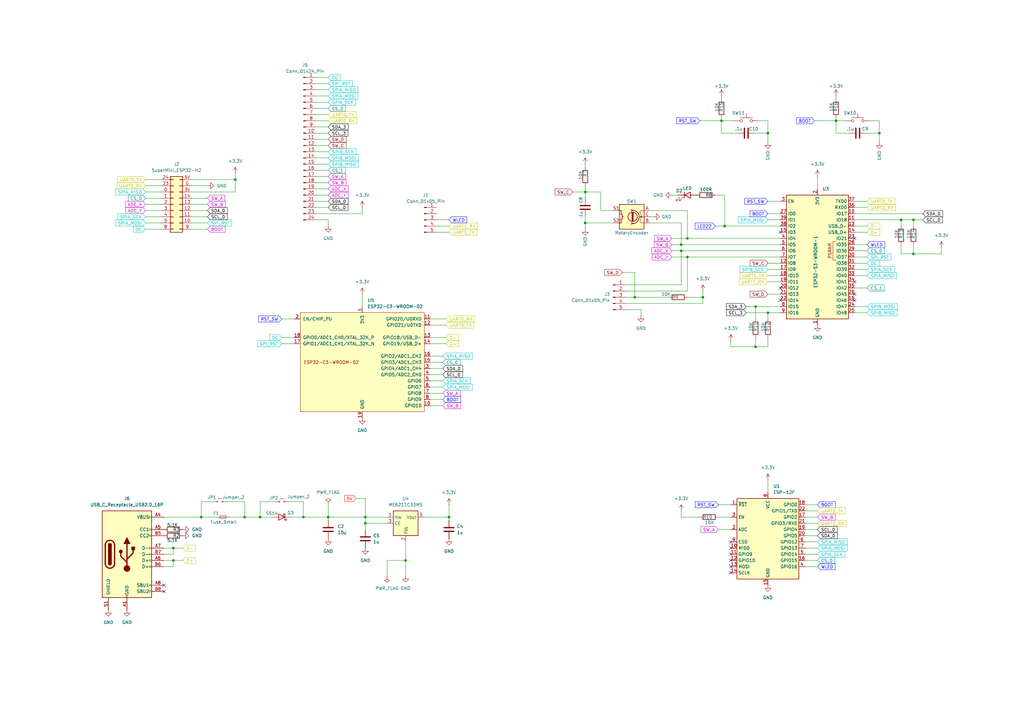
<source format=kicad_sch>
(kicad_sch (version 20250114) (generator "eeschema") (generator_version "9.0")
  (paper "A3")
  (junction (at 149.86 212.09))
  (junction (at 295.91 49.53))
  (junction (at 342.9 49.53))
  (junction (at 314.96 128.27))
  (junction (at 288.29 121.92))
  (junction (at 71.12 224.79))
  (junction (at 166.37 229.87))
  (junction (at 281.94 97.79))
  (junction (at 82.55 212.09))
  (junction (at 260.35 121.92))
  (junction (at 100.33 212.09))
  (junction (at 360.68 54.61))
  (junction (at 279.4 102.87))
  (junction (at 240.03 78.74))
  (junction (at 297.18 92.71))
  (junction (at 106.68 212.09))
  (junction (at 184.15 212.09))
  (junction (at 309.88 142.24))
  (junction (at 71.12 229.87))
  (junction (at 279.4 100.33))
  (junction (at 134.62 212.09))
  (junction (at 240.03 91.44))
  (junction (at 314.96 54.61))
  (junction (at 374.65 90.17))
  (junction (at 149.86 214.63))
  (junction (at 309.88 125.73))
  (junction (at 369.57 90.17))
  (junction (at 124.46 212.09))
  (junction (at 281.94 105.41))
  (junction (at 374.65 104.14))
  (junction (at 96.52 73.66))
  (no_connect (at 299.72 222.25))
  (no_connect (at 299.72 232.41))
  (no_connect (at 350.52 120.65))
  (no_connect (at 320.04 123.19))
  (no_connect (at 299.72 227.33))
  (no_connect (at 299.72 234.95))
  (no_connect (at 67.31 240.03))
  (no_connect (at 350.52 115.57))
  (no_connect (at 299.72 229.87))
  (no_connect (at 350.52 123.19))
  (no_connect (at 320.04 95.25))
  (no_connect (at 299.72 224.79))
  (no_connect (at 67.31 242.57))
  (no_connect (at 320.04 118.11))
  (no_connect (at 350.52 97.79))
  (wire (pts (xy 176.53 148.59) (xy 181.61 148.59)))
  (wire (pts (xy 281.94 105.41) (xy 281.94 119.38)))
  (wire (pts (xy 100.33 205.74) (xy 100.33 212.09)))
  (wire (pts (xy 148.59 87.63) (xy 129.54 87.63)))
  (wire (pts (xy 85.09 91.44) (xy 78.74 91.44)))
  (wire (pts (xy 234.95 78.74) (xy 240.03 78.74)))
  (wire (pts (xy 278.13 80.01) (xy 275.59 80.01)))
  (wire (pts (xy 134.62 59.69) (xy 129.54 59.69)))
  (wire (pts (xy 124.46 205.74) (xy 124.46 212.09)))
  (wire (pts (xy 106.68 205.74) (xy 106.68 212.09)))
  (wire (pts (xy 158.75 229.87) (xy 158.75 236.22)))
  (wire (pts (xy 129.54 54.61) (xy 134.62 54.61)))
  (wire (pts (xy 181.61 156.21) (xy 176.53 156.21)))
  (wire (pts (xy 100.33 212.09) (xy 106.68 212.09)))
  (wire (pts (xy 129.54 90.17) (xy 134.62 90.17)))
  (wire (pts (xy 59.69 88.9) (xy 66.04 88.9)))
  (wire (pts (xy 275.59 97.79) (xy 281.94 97.79)))
  (wire (pts (xy 176.53 138.43) (xy 182.88 138.43)))
  (wire (pts (xy 335.28 214.63) (xy 330.2 214.63)))
  (wire (pts (xy 335.28 72.39) (xy 335.28 77.47)))
  (wire (pts (xy 309.88 125.73) (xy 306.07 125.73)))
  (wire (pts (xy 279.4 116.84) (xy 256.54 116.84)))
  (wire (pts (xy 166.37 222.25) (xy 166.37 229.87)))
  (wire (pts (xy 330.2 232.41) (xy 335.28 232.41)))
  (wire (pts (xy 182.88 133.35) (xy 176.53 133.35)))
  (wire (pts (xy 355.6 113.03) (xy 350.52 113.03)))
  (wire (pts (xy 78.74 78.74) (xy 96.52 78.74)))
  (wire (pts (xy 134.62 34.29) (xy 129.54 34.29)))
  (wire (pts (xy 355.6 85.09) (xy 350.52 85.09)))
  (wire (pts (xy 173.99 212.09) (xy 184.15 212.09)))
  (wire (pts (xy 158.75 229.87) (xy 166.37 229.87)))
  (wire (pts (xy 279.4 212.09) (xy 279.4 209.55)))
  (wire (pts (xy 67.31 232.41) (xy 71.12 232.41)))
  (wire (pts (xy 176.53 166.37) (xy 181.61 166.37)))
  (wire (pts (xy 256.54 121.92) (xy 260.35 121.92)))
  (wire (pts (xy 134.62 44.45) (xy 129.54 44.45)))
  (wire (pts (xy 181.61 163.83) (xy 176.53 163.83)))
  (wire (pts (xy 386.08 104.14) (xy 374.65 104.14)))
  (wire (pts (xy 71.12 224.79) (xy 74.93 224.79)))
  (wire (pts (xy 314.96 49.53) (xy 314.96 54.61)))
  (wire (pts (xy 281.94 86.36) (xy 281.94 97.79)))
  (wire (pts (xy 181.61 146.05) (xy 176.53 146.05)))
  (wire (pts (xy 287.02 49.53) (xy 295.91 49.53)))
  (wire (pts (xy 260.35 111.76) (xy 260.35 121.92)))
  (wire (pts (xy 67.31 229.87) (xy 71.12 229.87)))
  (wire (pts (xy 309.88 125.73) (xy 309.88 130.81)))
  (wire (pts (xy 134.62 36.83) (xy 129.54 36.83)))
  (wire (pts (xy 166.37 229.87) (xy 166.37 236.22)))
  (wire (pts (xy 176.53 151.13) (xy 181.61 151.13)))
  (wire (pts (xy 106.68 212.09) (xy 111.76 212.09)))
  (wire (pts (xy 82.55 205.74) (xy 87.63 205.74)))
  (wire (pts (xy 293.37 92.71) (xy 297.18 92.71)))
  (wire (pts (xy 297.18 92.71) (xy 320.04 92.71)))
  (wire (pts (xy 149.86 212.09) (xy 158.75 212.09)))
  (wire (pts (xy 314.96 107.95) (xy 320.04 107.95)))
  (wire (pts (xy 279.4 102.87) (xy 320.04 102.87)))
  (wire (pts (xy 134.62 90.17) (xy 134.62 92.71)))
  (wire (pts (xy 115.57 140.97) (xy 120.65 140.97)))
  (wire (pts (xy 281.94 105.41) (xy 320.04 105.41)))
  (wire (pts (xy 295.91 40.64) (xy 295.91 39.37)))
  (wire (pts (xy 92.71 205.74) (xy 100.33 205.74)))
  (wire (pts (xy 293.37 80.01) (xy 297.18 80.01)))
  (wire (pts (xy 355.6 125.73) (xy 350.52 125.73)))
  (wire (pts (xy 346.71 49.53) (xy 342.9 49.53)))
  (wire (pts (xy 124.46 212.09) (xy 134.62 212.09)))
  (wire (pts (xy 59.69 81.28) (xy 66.04 81.28)))
  (wire (pts (xy 78.74 81.28) (xy 85.09 81.28)))
  (wire (pts (xy 78.74 86.36) (xy 85.09 86.36)))
  (wire (pts (xy 240.03 78.74) (xy 240.03 81.28)))
  (wire (pts (xy 184.15 207.01) (xy 184.15 212.09)))
  (wire (pts (xy 355.6 82.55) (xy 350.52 82.55)))
  (wire (pts (xy 176.53 161.29) (xy 181.61 161.29)))
  (wire (pts (xy 314.96 113.03) (xy 320.04 113.03)))
  (wire (pts (xy 275.59 105.41) (xy 281.94 105.41)))
  (wire (pts (xy 59.69 78.74) (xy 66.04 78.74)))
  (wire (pts (xy 335.28 227.33) (xy 330.2 227.33)))
  (wire (pts (xy 129.54 62.23) (xy 134.62 62.23)))
  (wire (pts (xy 314.96 87.63) (xy 320.04 87.63)))
  (wire (pts (xy 113.03 205.74) (xy 106.68 205.74)))
  (wire (pts (xy 179.07 90.17) (xy 184.15 90.17)))
  (wire (pts (xy 134.62 213.36) (xy 134.62 212.09)))
  (wire (pts (xy 275.59 102.87) (xy 279.4 102.87)))
  (wire (pts (xy 281.94 119.38) (xy 256.54 119.38)))
  (wire (pts (xy 360.68 49.53) (xy 356.87 49.53)))
  (wire (pts (xy 342.9 49.53) (xy 342.9 54.61)))
  (wire (pts (xy 59.69 93.98) (xy 66.04 93.98)))
  (wire (pts (xy 299.72 142.24) (xy 309.88 142.24)))
  (wire (pts (xy 330.2 217.17) (xy 335.28 217.17)))
  (wire (pts (xy 134.62 67.31) (xy 129.54 67.31)))
  (wire (pts (xy 314.96 49.53) (xy 311.15 49.53)))
  (wire (pts (xy 360.68 49.53) (xy 360.68 54.61)))
  (wire (pts (xy 355.6 105.41) (xy 350.52 105.41)))
  (wire (pts (xy 134.62 212.09) (xy 149.86 212.09)))
  (wire (pts (xy 355.6 107.95) (xy 350.52 107.95)))
  (wire (pts (xy 369.57 104.14) (xy 374.65 104.14)))
  (wire (pts (xy 342.9 40.64) (xy 342.9 39.37)))
  (wire (pts (xy 334.01 49.53) (xy 342.9 49.53)))
  (wire (pts (xy 299.72 217.17) (xy 294.64 217.17)))
  (wire (pts (xy 59.69 76.2) (xy 66.04 76.2)))
  (wire (pts (xy 299.72 139.7) (xy 299.72 142.24)))
  (wire (pts (xy 355.6 102.87) (xy 350.52 102.87)))
  (wire (pts (xy 129.54 74.93) (xy 134.62 74.93)))
  (wire (pts (xy 288.29 124.46) (xy 288.29 121.92)))
  (wire (pts (xy 78.74 73.66) (xy 96.52 73.66)))
  (wire (pts (xy 240.03 67.31) (xy 240.03 68.58)))
  (wire (pts (xy 146.05 204.47) (xy 149.86 204.47)))
  (wire (pts (xy 335.28 229.87) (xy 330.2 229.87)))
  (wire (pts (xy 240.03 88.9) (xy 240.03 91.44)))
  (wire (pts (xy 67.31 212.09) (xy 82.55 212.09)))
  (wire (pts (xy 59.69 91.44) (xy 66.04 91.44)))
  (wire (pts (xy 266.7 91.44) (xy 279.4 91.44)))
  (wire (pts (xy 279.4 102.87) (xy 279.4 116.84)))
  (wire (pts (xy 179.07 95.25) (xy 184.15 95.25)))
  (wire (pts (xy 279.4 91.44) (xy 279.4 100.33)))
  (wire (pts (xy 369.57 100.33) (xy 369.57 104.14)))
  (wire (pts (xy 314.96 54.61) (xy 309.88 54.61)))
  (wire (pts (xy 67.31 227.33) (xy 71.12 227.33)))
  (wire (pts (xy 149.86 204.47) (xy 149.86 212.09)))
  (wire (pts (xy 374.65 104.14) (xy 374.65 100.33)))
  (wire (pts (xy 314.96 142.24) (xy 309.88 142.24)))
  (wire (pts (xy 297.18 80.01) (xy 297.18 92.71)))
  (wire (pts (xy 374.65 90.17) (xy 378.46 90.17)))
  (wire (pts (xy 342.9 48.26) (xy 342.9 49.53)))
  (wire (pts (xy 134.62 64.77) (xy 129.54 64.77)))
  (wire (pts (xy 360.68 54.61) (xy 355.6 54.61)))
  (wire (pts (xy 262.89 127) (xy 256.54 127)))
  (wire (pts (xy 96.52 73.66) (xy 96.52 78.74)))
  (wire (pts (xy 309.88 142.24) (xy 309.88 138.43)))
  (wire (pts (xy 134.62 41.91) (xy 129.54 41.91)))
  (wire (pts (xy 314.96 138.43) (xy 314.96 142.24)))
  (wire (pts (xy 129.54 52.07) (xy 134.62 52.07)))
  (wire (pts (xy 314.96 128.27) (xy 314.96 130.81)))
  (wire (pts (xy 129.54 72.39) (xy 134.62 72.39)))
  (wire (pts (xy 129.54 80.01) (xy 134.62 80.01)))
  (wire (pts (xy 320.04 128.27) (xy 314.96 128.27)))
  (wire (pts (xy 300.99 49.53) (xy 295.91 49.53)))
  (wire (pts (xy 71.12 229.87) (xy 74.93 229.87)))
  (wire (pts (xy 314.96 110.49) (xy 320.04 110.49)))
  (wire (pts (xy 134.62 69.85) (xy 129.54 69.85)))
  (wire (pts (xy 96.52 71.12) (xy 96.52 73.66)))
  (wire (pts (xy 281.94 97.79) (xy 320.04 97.79)))
  (wire (pts (xy 78.74 83.82) (xy 85.09 83.82)))
  (wire (pts (xy 330.2 219.71) (xy 335.28 219.71)))
  (wire (pts (xy 369.57 90.17) (xy 374.65 90.17)))
  (wire (pts (xy 59.69 73.66) (xy 66.04 73.66)))
  (wire (pts (xy 67.31 224.79) (xy 71.12 224.79)))
  (wire (pts (xy 347.98 54.61) (xy 342.9 54.61)))
  (wire (pts (xy 260.35 111.76) (xy 255.27 111.76)))
  (wire (pts (xy 320.04 82.55) (xy 314.96 82.55)))
  (wire (pts (xy 149.86 217.17) (xy 149.86 214.63)))
  (wire (pts (xy 266.7 86.36) (xy 281.94 86.36)))
  (wire (pts (xy 350.52 100.33) (xy 355.6 100.33)))
  (wire (pts (xy 82.55 205.74) (xy 82.55 212.09)))
  (wire (pts (xy 294.64 212.09) (xy 299.72 212.09)))
  (wire (pts (xy 240.03 78.74) (xy 246.38 78.74)))
  (wire (pts (xy 66.04 83.82) (xy 59.69 83.82)))
  (wire (pts (xy 176.53 153.67) (xy 181.61 153.67)))
  (wire (pts (xy 330.2 207.01) (xy 335.28 207.01)))
  (wire (pts (xy 149.86 214.63) (xy 158.75 214.63)))
  (wire (pts (xy 134.62 49.53) (xy 129.54 49.53)))
  (wire (pts (xy 350.52 90.17) (xy 369.57 90.17)))
  (wire (pts (xy 314.96 115.57) (xy 320.04 115.57)))
  (wire (pts (xy 288.29 119.38) (xy 288.29 121.92)))
  (wire (pts (xy 314.96 128.27) (xy 306.07 128.27)))
  (wire (pts (xy 355.6 118.11) (xy 350.52 118.11)))
  (wire (pts (xy 129.54 82.55) (xy 134.62 82.55)))
  (wire (pts (xy 279.4 100.33) (xy 320.04 100.33)))
  (wire (pts (xy 281.94 121.92) (xy 288.29 121.92)))
  (wire (pts (xy 355.6 110.49) (xy 350.52 110.49)))
  (wire (pts (xy 115.57 130.81) (xy 120.65 130.81)))
  (wire (pts (xy 295.91 49.53) (xy 295.91 54.61)))
  (wire (pts (xy 129.54 77.47) (xy 134.62 77.47)))
  (wire (pts (xy 335.28 224.79) (xy 330.2 224.79)))
  (wire (pts (xy 184.15 212.09) (xy 184.15 213.36)))
  (wire (pts (xy 85.09 93.98) (xy 78.74 93.98)))
  (wire (pts (xy 78.74 76.2) (xy 85.09 76.2)))
  (wire (pts (xy 134.62 31.75) (xy 129.54 31.75)))
  (wire (pts (xy 134.62 39.37) (xy 129.54 39.37)))
  (wire (pts (xy 360.68 58.42) (xy 360.68 54.61)))
  (wire (pts (xy 330.2 212.09) (xy 335.28 212.09)))
  (wire (pts (xy 335.28 209.55) (xy 330.2 209.55)))
  (wire (pts (xy 149.86 214.63) (xy 149.86 212.09)))
  (wire (pts (xy 266.7 88.9) (xy 267.97 88.9)))
  (wire (pts (xy 314.96 58.42) (xy 314.96 54.61)))
  (wire (pts (xy 129.54 85.09) (xy 134.62 85.09)))
  (wire (pts (xy 78.74 88.9) (xy 85.09 88.9)))
  (wire (pts (xy 314.96 90.17) (xy 320.04 90.17)))
  (wire (pts (xy 275.59 100.33) (xy 279.4 100.33)))
  (wire (pts (xy 355.6 128.27) (xy 350.52 128.27)))
  (wire (pts (xy 179.07 92.71) (xy 184.15 92.71)))
  (wire (pts (xy 302.26 54.61) (xy 295.91 54.61)))
  (wire (pts (xy 386.08 101.6) (xy 386.08 104.14)))
  (wire (pts (xy 374.65 90.17) (xy 374.65 92.71)))
  (wire (pts (xy 314.96 120.65) (xy 320.04 120.65)))
  (wire (pts (xy 350.52 87.63) (xy 378.46 87.63)))
  (wire (pts (xy 260.35 121.92) (xy 274.32 121.92)))
  (wire (pts (xy 182.88 130.81) (xy 176.53 130.81)))
  (wire (pts (xy 82.55 212.09) (xy 88.9 212.09)))
  (wire (pts (xy 240.03 91.44) (xy 240.03 93.98)))
  (wire (pts (xy 320.04 125.73) (xy 309.88 125.73)))
  (wire (pts (xy 134.62 207.01) (xy 134.62 212.09)))
  (wire (pts (xy 134.62 46.99) (xy 129.54 46.99)))
  (wire (pts (xy 181.61 158.75) (xy 176.53 158.75)))
  (wire (pts (xy 119.38 212.09) (xy 124.46 212.09)))
  (wire (pts (xy 66.04 86.36) (xy 59.69 86.36)))
  (wire (pts (xy 148.59 85.09) (xy 148.59 87.63)))
  (wire (pts (xy 71.12 227.33) (xy 71.12 224.79)))
  (wire (pts (xy 71.12 232.41) (xy 71.12 229.87)))
  (wire (pts (xy 93.98 212.09) (xy 100.33 212.09)))
  (wire (pts (xy 299.72 207.01) (xy 294.64 207.01)))
  (wire (pts (xy 115.57 138.43) (xy 120.65 138.43)))
  (wire (pts (xy 350.52 95.25) (xy 355.6 95.25)))
  (wire (pts (xy 240.03 91.44) (xy 251.46 91.44)))
  (wire (pts (xy 118.11 205.74) (xy 124.46 205.74)))
  (wire (pts (xy 369.57 90.17) (xy 369.57 92.71)))
  (wire (pts (xy 350.52 92.71) (xy 355.6 92.71)))
  (wire (pts (xy 295.91 48.26) (xy 295.91 49.53)))
  (wire (pts (xy 148.59 120.65) (xy 148.59 125.73)))
  (wire (pts (xy 240.03 76.2) (xy 240.03 78.74)))
  (wire (pts (xy 335.28 222.25) (xy 330.2 222.25)))
  (wire (pts (xy 246.38 86.36) (xy 251.46 86.36)))
  (wire (pts (xy 314.96 196.85) (xy 314.96 201.93)))
  (wire (pts (xy 176.53 140.97) (xy 182.88 140.97)))
  (wire (pts (xy 262.89 129.54) (xy 262.89 127)))
  (wire (pts (xy 287.02 212.09) (xy 279.4 212.09)))
  (wire (pts (xy 246.38 78.74) (xy 246.38 86.36)))
  (wire (pts (xy 134.62 57.15) (xy 129.54 57.15)))
  (wire (pts (xy 288.29 124.46) (xy 256.54 124.46)))
  (global_label "SPIA_MOSI" (shape input) (at 59.69 91.44 180) (property "Intersheetrefs" "${INTERSHEET_REFS}" (effects (hide yes))))
  (global_label "SPIA_MISO" (shape input) (at 335.28 222.25 0) (property "Intersheetrefs" "${INTERSHEET_REFS}" (effects (hide yes))))
  (global_label "SPIA_SCK" (shape input) (at 335.28 227.33 0) (property "Intersheetrefs" "${INTERSHEET_REFS}" (effects (hide yes))))
  (global_label "DC" (shape input) (at 355.6 107.95 0) (property "Intersheetrefs" "${INTERSHEET_REFS}" (effects (hide yes))))
  (global_label "D-" (shape input) (at 74.93 224.79 0) (property "Intersheetrefs" "${INTERSHEET_REFS}" (effects (hide yes))))
  (global_label "D-" (shape input) (at 355.6 92.71 0) (property "Intersheetrefs" "${INTERSHEET_REFS}" (effects (hide yes))))
  (global_label "SW_A" (shape input) (at 181.61 161.29 0) (property "Intersheetrefs" "${INTERSHEET_REFS}" (effects (hide yes))))
  (global_label "BOOT" (shape input) (at 314.96 87.63 180) (property "Intersheetrefs" "${INTERSHEET_REFS}" (effects (hide yes))))
  (global_label "SW_C" (shape input) (at 134.62 59.69 0) (property "Intersheetrefs" "${INTERSHEET_REFS}" (effects (hide yes))))
  (global_label "D-" (shape input) (at 182.88 138.43 0) (property "Intersheetrefs" "${INTERSHEET_REFS}" (effects (hide yes))))
  (global_label "RST_SW" (shape input) (at 287.02 49.53 180) (property "Intersheetrefs" "${INTERSHEET_REFS}" (effects (hide yes))))
  (global_label "SPIA_MOSI" (shape input) (at 181.61 158.75 0) (property "Intersheetrefs" "${INTERSHEET_REFS}" (effects (hide yes))))
  (global_label "SPIA_MOSI" (shape input) (at 314.96 90.17 180) (property "Intersheetrefs" "${INTERSHEET_REFS}" (effects (hide yes))))
  (global_label "ADC_X" (shape input) (at 275.59 102.87 180) (property "Intersheetrefs" "${INTERSHEET_REFS}" (effects (hide yes))))
  (global_label "SDA_3" (shape input) (at 134.62 52.07 0) (property "Intersheetrefs" "${INTERSHEET_REFS}" (effects (hide yes))))
  (global_label "RST_SW" (shape input) (at 314.96 82.55 180) (property "Intersheetrefs" "${INTERSHEET_REFS}" (effects (hide yes))))
  (global_label "SW_B" (shape input) (at 85.09 83.82 0) (property "Intersheetrefs" "${INTERSHEET_REFS}" (effects (hide yes))))
  (global_label "CS_0" (shape input) (at 134.62 44.45 0) (property "Intersheetrefs" "${INTERSHEET_REFS}" (effects (hide yes))))
  (global_label "UART1_TX" (shape input) (at 314.96 113.03 180) (property "Intersheetrefs" "${INTERSHEET_REFS}" (effects (hide yes))))
  (global_label "CS_0" (shape input) (at 355.6 102.87 0) (property "Intersheetrefs" "${INTERSHEET_REFS}" (effects (hide yes))))
  (global_label "SCL_3" (shape input) (at 306.07 128.27 180) (property "Intersheetrefs" "${INTERSHEET_REFS}" (effects (hide yes))))
  (global_label "SPIA_MISO" (shape input) (at 355.6 113.03 0) (property "Intersheetrefs" "${INTERSHEET_REFS}" (effects (hide yes))))
  (global_label "SW_D" (shape input) (at 134.62 57.15 0) (property "Intersheetrefs" "${INTERSHEET_REFS}" (effects (hide yes))))
  (global_label "SPI_RST" (shape input) (at 115.57 140.97 180) (property "Intersheetrefs" "${INTERSHEET_REFS}" (effects (hide yes))))
  (global_label "SPIA_SCK" (shape input) (at 59.69 88.9 180) (property "Intersheetrefs" "${INTERSHEET_REFS}" (effects (hide yes))))
  (global_label "SW_A" (shape input) (at 294.64 217.17 180) (property "Intersheetrefs" "${INTERSHEET_REFS}" (effects (hide yes))))
  (global_label "DC" (shape input) (at 134.62 31.75 0) (property "Intersheetrefs" "${INTERSHEET_REFS}" (effects (hide yes))))
  (global_label "SCL_3" (shape input) (at 134.62 54.61 0) (property "Intersheetrefs" "${INTERSHEET_REFS}" (effects (hide yes))))
  (global_label "SPIB_MISO" (shape input) (at 134.62 67.31 0) (property "Intersheetrefs" "${INTERSHEET_REFS}" (effects (hide yes))))
  (global_label "WLED" (shape input) (at 335.28 232.41 0) (property "Intersheetrefs" "${INTERSHEET_REFS}" (effects (hide yes))))
  (global_label "ADC_Y" (shape input) (at 59.69 86.36 180) (property "Intersheetrefs" "${INTERSHEET_REFS}" (effects (hide yes))))
  (global_label "SPIA_MISO" (shape input) (at 134.62 36.83 0) (property "Intersheetrefs" "${INTERSHEET_REFS}" (effects (hide yes))))
  (global_label "UART0_RX" (shape input) (at 134.62 49.53 0) (property "Intersheetrefs" "${INTERSHEET_REFS}" (effects (hide yes))))
  (global_label "BOOT" (shape input) (at 85.09 93.98 0) (property "Intersheetrefs" "${INTERSHEET_REFS}" (effects (hide yes))))
  (global_label "D+" (shape input) (at 182.88 140.97 0) (property "Intersheetrefs" "${INTERSHEET_REFS}" (effects (hide yes))))
  (global_label "UART1_RX" (shape input) (at 314.96 115.57 180) (property "Intersheetrefs" "${INTERSHEET_REFS}" (effects (hide yes))))
  (global_label "SPI_RST" (shape input) (at 134.62 34.29 0) (property "Intersheetrefs" "${INTERSHEET_REFS}" (effects (hide yes))))
  (global_label "LED22" (shape input) (at 293.37 92.71 180) (property "Intersheetrefs" "${INTERSHEET_REFS}" (effects (hide yes))))
  (global_label "SPIA_SCK" (shape input) (at 355.6 110.49 0) (property "Intersheetrefs" "${INTERSHEET_REFS}" (effects (hide yes))))
  (global_label "ADC_Y" (shape input) (at 275.59 105.41 180) (property "Intersheetrefs" "${INTERSHEET_REFS}" (effects (hide yes))))
  (global_label "UART0_RX" (shape input) (at 59.69 76.2 180) (property "Intersheetrefs" "${INTERSHEET_REFS}" (effects (hide yes))))
  (global_label "SW_A" (shape input) (at 85.09 81.28 0) (property "Intersheetrefs" "${INTERSHEET_REFS}" (effects (hide yes))))
  (global_label "D+" (shape input) (at 74.93 229.87 0) (property "Intersheetrefs" "${INTERSHEET_REFS}" (effects (hide yes))))
  (global_label "SCL_0" (shape input) (at 378.46 90.17 0) (property "Intersheetrefs" "${INTERSHEET_REFS}" (effects (hide yes))))
  (global_label "SDA_0" (shape input) (at 134.62 82.55 0) (property "Intersheetrefs" "${INTERSHEET_REFS}" (effects (hide yes))))
  (global_label "SPIB_MOSI" (shape input) (at 134.62 64.77 0) (property "Intersheetrefs" "${INTERSHEET_REFS}" (effects (hide yes))))
  (global_label "ADC_X" (shape input) (at 59.69 83.82 180) (property "Intersheetrefs" "${INTERSHEET_REFS}" (effects (hide yes))))
  (global_label "5V" (shape input) (at 146.05 204.47 180) (property "Intersheetrefs" "${INTERSHEET_REFS}" (effects (hide yes))))
  (global_label "CS_1" (shape input) (at 134.62 69.85 0) (property "Intersheetrefs" "${INTERSHEET_REFS}" (effects (hide yes))))
  (global_label "SDA_0" (shape input) (at 181.61 151.13 0) (property "Intersheetrefs" "${INTERSHEET_REFS}" (effects (hide yes))))
  (global_label "SW_B" (shape input) (at 335.28 212.09 0) (property "Intersheetrefs" "${INTERSHEET_REFS}" (effects (hide yes))))
  (global_label "SPI_RST" (shape input) (at 355.6 105.41 0) (property "Intersheetrefs" "${INTERSHEET_REFS}" (effects (hide yes))))
  (global_label "SCL_0" (shape input) (at 85.09 88.9 0) (property "Intersheetrefs" "${INTERSHEET_REFS}" (effects (hide yes))))
  (global_label "SPIA_MISO" (shape input) (at 181.61 146.05 0) (property "Intersheetrefs" "${INTERSHEET_REFS}" (effects (hide yes))))
  (global_label "CS_0" (shape input) (at 59.69 81.28 180) (property "Intersheetrefs" "${INTERSHEET_REFS}" (effects (hide yes))))
  (global_label "UART0_RX" (shape input) (at 335.28 214.63 0) (property "Intersheetrefs" "${INTERSHEET_REFS}" (effects (hide yes))))
  (global_label "UART0_TX" (shape input) (at 59.69 73.66 180) (property "Intersheetrefs" "${INTERSHEET_REFS}" (effects (hide yes))))
  (global_label "SCL_0" (shape input) (at 335.28 217.17 0) (property "Intersheetrefs" "${INTERSHEET_REFS}" (effects (hide yes))))
  (global_label "SW_B" (shape input) (at 181.61 166.37 0) (property "Intersheetrefs" "${INTERSHEET_REFS}" (effects (hide yes))))
  (global_label "DC" (shape input) (at 115.57 138.43 180) (property "Intersheetrefs" "${INTERSHEET_REFS}" (effects (hide yes))))
  (global_label "UART0_TX" (shape input) (at 335.28 209.55 0) (property "Intersheetrefs" "${INTERSHEET_REFS}" (effects (hide yes))))
  (global_label "BOOT" (shape input) (at 334.01 49.53 180) (property "Intersheetrefs" "${INTERSHEET_REFS}" (effects (hide yes))))
  (global_label "SPIB_MISO" (shape input) (at 355.6 128.27 0) (property "Intersheetrefs" "${INTERSHEET_REFS}" (effects (hide yes))))
  (global_label "UART1_RX" (shape input) (at 184.15 92.71 0) (property "Intersheetrefs" "${INTERSHEET_REFS}" (effects (hide yes))))
  (global_label "SDA_3" (shape input) (at 306.07 125.73 180) (property "Intersheetrefs" "${INTERSHEET_REFS}" (effects (hide yes))))
  (global_label "SPIA_MISO" (shape input) (at 59.69 78.74 180) (property "Intersheetrefs" "${INTERSHEET_REFS}" (effects (hide yes))))
  (global_label "CS_0" (shape input) (at 181.61 148.59 0) (property "Intersheetrefs" "${INTERSHEET_REFS}" (effects (hide yes))))
  (global_label "CS_0" (shape input) (at 335.28 229.87 0) (property "Intersheetrefs" "${INTERSHEET_REFS}" (effects (hide yes))))
  (global_label "WLED" (shape input) (at 355.6 100.33 0) (property "Intersheetrefs" "${INTERSHEET_REFS}" (effects (hide yes))))
  (global_label "SW_B" (shape input) (at 275.59 100.33 180) (property "Intersheetrefs" "${INTERSHEET_REFS}" (effects (hide yes))))
  (global_label "SPIB_MOSI" (shape input) (at 355.6 125.73 0) (property "Intersheetrefs" "${INTERSHEET_REFS}" (effects (hide yes))))
  (global_label "UART1_TX" (shape input) (at 184.15 95.25 0) (property "Intersheetrefs" "${INTERSHEET_REFS}" (effects (hide yes))))
  (global_label "UART0_TX" (shape input) (at 134.62 46.99 0) (property "Intersheetrefs" "${INTERSHEET_REFS}" (effects (hide yes))))
  (global_label "SPIB_SCK" (shape input) (at 314.96 110.49 180) (property "Intersheetrefs" "${INTERSHEET_REFS}" (effects (hide yes))))
  (global_label "RST_SW" (shape input) (at 115.57 130.81 180) (property "Intersheetrefs" "${INTERSHEET_REFS}" (effects (hide yes))))
  (global_label "SPI_RST" (shape input) (at 85.09 91.44 0) (property "Intersheetrefs" "${INTERSHEET_REFS}" (effects (hide yes))))
  (global_label "BOOT" (shape input) (at 335.28 207.01 0) (property "Intersheetrefs" "${INTERSHEET_REFS}" (effects (hide yes))))
  (global_label "BOOT" (shape input) (at 181.61 163.83 0) (property "Intersheetrefs" "${INTERSHEET_REFS}" (effects (hide yes))))
  (global_label "ADC_Y" (shape input) (at 134.62 80.01 0) (property "Intersheetrefs" "${INTERSHEET_REFS}" (effects (hide yes))))
  (global_label "SPIB_SCK" (shape input) (at 134.62 62.23 0) (property "Intersheetrefs" "${INTERSHEET_REFS}" (effects (hide yes))))
  (global_label "SW_C" (shape input) (at 314.96 107.95 180) (property "Intersheetrefs" "${INTERSHEET_REFS}" (effects (hide yes))))
  (global_label "SPIA_SCK" (shape input) (at 181.61 156.21 0) (property "Intersheetrefs" "${INTERSHEET_REFS}" (effects (hide yes))))
  (global_label "DC" (shape input) (at 59.69 93.98 180) (property "Intersheetrefs" "${INTERSHEET_REFS}" (effects (hide yes))))
  (global_label "UART0_RX" (shape input) (at 355.6 85.09 0) (property "Intersheetrefs" "${INTERSHEET_REFS}" (effects (hide yes))))
  (global_label "SDA_0" (shape input) (at 85.09 86.36 0) (property "Intersheetrefs" "${INTERSHEET_REFS}" (effects (hide yes))))
  (global_label "SW_D" (shape input) (at 314.96 120.65 180) (property "Intersheetrefs" "${INTERSHEET_REFS}" (effects (hide yes))))
  (global_label "ADC_X" (shape input) (at 134.62 77.47 0) (property "Intersheetrefs" "${INTERSHEET_REFS}" (effects (hide yes))))
  (global_label "CS_1" (shape input) (at 355.6 118.11 0) (property "Intersheetrefs" "${INTERSHEET_REFS}" (effects (hide yes))))
  (global_label "SDA_0" (shape input) (at 335.28 219.71 0) (property "Intersheetrefs" "${INTERSHEET_REFS}" (effects (hide yes))))
  (global_label "SPIA_MOSI" (shape input) (at 335.28 224.79 0) (property "Intersheetrefs" "${INTERSHEET_REFS}" (effects (hide yes))))
  (global_label "UART0_TX" (shape input) (at 182.88 133.35 0) (property "Intersheetrefs" "${INTERSHEET_REFS}" (effects (hide yes))))
  (global_label "SW_B" (shape input) (at 134.62 74.93 0) (property "Intersheetrefs" "${INTERSHEET_REFS}" (effects (hide yes))))
  (global_label "SCL_0" (shape input) (at 181.61 153.67 0) (property "Intersheetrefs" "${INTERSHEET_REFS}" (effects (hide yes))))
  (global_label "SPIA_MOSI" (shape input) (at 134.62 39.37 0) (property "Intersheetrefs" "${INTERSHEET_REFS}" (effects (hide yes))))
  (global_label "UART0_TX" (shape input) (at 355.6 82.55 0) (property "Intersheetrefs" "${INTERSHEET_REFS}" (effects (hide yes))))
  (global_label "RST_SW" (shape input) (at 294.64 207.01 180) (property "Intersheetrefs" "${INTERSHEET_REFS}" (effects (hide yes))))
  (global_label "SW_D" (shape input) (at 255.27 111.76 180) (property "Intersheetrefs" "${INTERSHEET_REFS}" (effects (hide yes))))
  (global_label "SW_C" (shape input) (at 234.95 78.74 180) (property "Intersheetrefs" "${INTERSHEET_REFS}" (effects (hide yes))))
  (global_label "WLED" (shape input) (at 184.15 90.17 0) (property "Intersheetrefs" "${INTERSHEET_REFS}" (effects (hide yes))))
  (global_label "D+" (shape input) (at 355.6 95.25 0) (property "Intersheetrefs" "${INTERSHEET_REFS}" (effects (hide yes))))
  (global_label "SW_A" (shape input) (at 134.62 72.39 0) (property "Intersheetrefs" "${INTERSHEET_REFS}" (effects (hide yes))))
  (global_label "UART0_RX" (shape input) (at 182.88 130.81 0) (property "Intersheetrefs" "${INTERSHEET_REFS}" (effects (hide yes))))
  (global_label "SCL_0" (shape input) (at 134.62 85.09 0) (property "Intersheetrefs" "${INTERSHEET_REFS}" (effects (hide yes))))
  (global_label "SPIA_SCK" (shape input) (at 134.62 41.91 0) (property "Intersheetrefs" "${INTERSHEET_REFS}" (effects (hide yes))))
  (global_label "SW_A" (shape input) (at 275.59 97.79 180) (property "Intersheetrefs" "${INTERSHEET_REFS}" (effects (hide yes))))
  (global_label "SDA_0" (shape input) (at 378.46 87.63 0) (property "Intersheetrefs" "${INTERSHEET_REFS}" (effects (hide yes))))
  (symbol (lib_name "LED_1") (lib_id "Device:LED") (at 281.94 80.01 0) (unit 1)
    (property "Reference" "D2" (at 278.638 78.232 0))
    (property "Value" "LED" (at 281.94 77.216 0))
    (property "Footprint" "LED_SMD:LED_0603_1608Metric" (effects (hide yes)))
    (property "Description" "Light emitting diode" (effects (hide yes)))
    (property "Sim.Pins" "1=K 2=A" (effects (hide yes)))
  )
  (symbol (lib_id "Device:R") (at 314.96 134.62 180) (unit 1)
    (property "Reference" "R12" (at 314.96 132.08 90) (effects (justify left)))
    (property "Value" "10K" (at 313.055 132.08 90) (effects (justify left)))
    (property "Footprint" "Resistor_SMD:R_0603_1608Metric" (effects (hide yes)))
  )
  (symbol (lib_id "power:+3.3V") (at 288.29 119.38 0) (unit 1)
    (property "Reference" "#PWR09" (effects (hide yes)))
    (property "Value" "+3.3V" (at 288.29 114.3 0))
    (property "Description" "Power symbol creates a global label with name \"+3.3V\"" (effects (hide yes)))
  )
  (symbol (lib_name "GND_1") (lib_id "power:GND") (at 166.37 236.22 0) (unit 1)
    (property "Reference" "#PWR010" (effects (hide yes)))
    (property "Value" "GND" (at 166.37 241.3 0))
    (property "Description" "Power symbol creates a global label with name \"GND\" , ground" (effects (hide yes)))
  )
  (symbol (lib_id "Device:R") (at 369.57 96.52 180) (unit 1)
    (property "Reference" "R13" (at 369.57 93.98 90) (effects (justify left)))
    (property "Value" "10K" (at 367.665 93.98 90) (effects (justify left)))
    (property "Footprint" "Resistor_SMD:R_0603_1608Metric" (effects (hide yes)))
  )
  (symbol (lib_name "GND_1") (lib_id "power:GND") (at 262.89 129.54 0) (mirror y) (unit 1)
    (property "Reference" "#PWR08" (effects (hide yes)))
    (property "Value" "GND" (at 262.89 134.62 0))
    (property "Description" "Power symbol creates a global label with name \"GND\" , ground" (effects (hide yes)))
  )
  (symbol (lib_id "power:+3.3V") (at 96.52 71.12 0) (unit 1)
    (property "Reference" "#PWR019" (effects (hide yes)))
    (property "Value" "+3.3V" (at 96.52 66.04 0))
    (property "Description" "Power symbol creates a global label with name \"+3.3V\"" (effects (hide yes)))
  )
  (symbol (lib_id "power:+3.3V") (at 386.08 101.6 0) (unit 1)
    (property "Reference" "#PWR023" (effects (hide yes)))
    (property "Value" "+3.3V" (at 386.08 96.52 0))
    (property "Description" "Power symbol creates a global label with name \"+3.3V\"" (effects (hide yes)))
  )
  (symbol (lib_id "Device:R") (at 71.12 219.71 90) (unit 1)
    (property "Reference" "R2" (at 73.66 219.71 90) (effects (justify left)))
    (property "Value" "5.1K" (at 73.025 221.615 90) (effects (justify left)))
    (property "Footprint" "Resistor_SMD:R_0603_1608Metric" (effects (hide yes)))
  )
  (symbol (lib_id "Device:R") (at 290.83 212.09 270) (unit 1)
    (property "Reference" "R10" (at 288.29 212.09 90) (effects (justify left)))
    (property "Value" "10K" (at 289.052 214.376 90) (effects (justify left)))
    (property "Footprint" "Resistor_SMD:R_0603_1608Metric" (effects (hide yes)))
  )
  (symbol (lib_id "Device:R") (at 240.03 72.39 180) (unit 1)
    (property "Reference" "R7" (at 240.03 69.85 90) (effects (justify left)))
    (property "Value" "10K" (at 238.125 69.85 90) (effects (justify left)))
    (property "Footprint" "Resistor_SMD:R_0603_1608Metric" (effects (hide yes)))
  )
  (symbol (lib_name "GND_1") (lib_id "power:GND") (at 314.96 58.42 0) (mirror y) (unit 1)
    (property "Reference" "#PWR044" (effects (hide yes)))
    (property "Value" "GND" (at 314.96 61.722 90) (effects (justify right)))
    (property "Description" "Power symbol creates a global label with name \"GND\" , ground" (effects (hide yes)))
  )
  (symbol (lib_id "Device:R") (at 374.65 96.52 180) (unit 1)
    (property "Reference" "R14" (at 374.65 93.98 90) (effects (justify left)))
    (property "Value" "10K" (at 372.745 93.98 90) (effects (justify left)))
    (property "Footprint" "Resistor_SMD:R_0603_1608Metric" (effects (hide yes)))
  )
  (symbol (lib_name "GND_1") (lib_id "power:GND") (at 267.97 88.9 90) (mirror x) (unit 1)
    (property "Reference" "#PWR06" (effects (hide yes)))
    (property "Value" "GND" (at 271.272 88.9 90) (effects (justify right)))
    (property "Description" "Power symbol creates a global label with name \"GND\" , ground" (effects (hide yes)))
  )
  (symbol (lib_id "Device:C") (at 134.62 217.17 0) (unit 1)
    (property "Reference" "C2" (at 138.43 215.9 0) (effects (justify left)))
    (property "Value" "10u" (at 138.43 218.44 0) (effects (justify left)))
    (property "Footprint" "Capacitor_SMD:C_0603_1608Metric" (effects (hide yes)))
  )
  (symbol (lib_name "GND_1") (lib_id "power:GND") (at 314.96 240.03 0) (unit 1)
    (property "Reference" "#PWR036" (effects (hide yes)))
    (property "Value" "GND" (at 314.96 245.11 0))
    (property "Description" "Power symbol creates a global label with name \"GND\" , ground" (effects (hide yes)))
  )
  (symbol (lib_name "GND_1") (lib_id "power:GND") (at 52.07 250.19 0) (unit 1)
    (property "Reference" "#PWR013" (effects (hide yes)))
    (property "Value" "GND" (at 52.07 255.27 0))
    (property "Description" "Power symbol creates a global label with name \"GND\" , ground" (effects (hide yes)))
  )
  (symbol (lib_name "GND_1") (lib_id "power:GND") (at 74.93 217.17 90) (unit 1)
    (property "Reference" "#PWR016" (effects (hide yes)))
    (property "Value" "GND" (at 78.74 217.1699 90) (effects (justify right)))
    (property "Description" "Power symbol creates a global label with name \"GND\" , ground" (effects (hide yes)))
  )
  (symbol (lib_id "power:+3.3V") (at 240.03 67.31 0) (unit 1)
    (property "Reference" "#PWR05" (effects (hide yes)))
    (property "Value" "+3.3V" (at 240.03 62.23 0))
    (property "Description" "Power symbol creates a global label with name \"+3.3V\"" (effects (hide yes)))
  )
  (symbol (lib_name "GND_1") (lib_id "power:GND") (at 85.09 76.2 90) (mirror x) (unit 1)
    (property "Reference" "#PWR026" (effects (hide yes)))
    (property "Value" "GND" (at 88.9 76.1999 90) (effects (justify right)))
    (property "Description" "Power symbol creates a global label with name \"GND\" , ground" (effects (hide yes)))
  )
  (symbol (lib_id "Device:R") (at 71.12 217.17 90) (unit 1)
    (property "Reference" "R3" (at 73.66 217.17 90) (effects (justify left)))
    (property "Value" "5.1K" (at 73.025 215.265 90) (effects (justify left)))
    (property "Footprint" "Resistor_SMD:R_0603_1608Metric" (effects (hide yes)))
  )
  (symbol (lib_id "Device:C") (at 240.03 85.09 0) (mirror x) (unit 1)
    (property "Reference" "C8" (at 238.252 82.042 90))
    (property "Value" ".1u" (at 238.252 88.138 90))
    (property "Footprint" "Capacitor_SMD:C_0603_1608Metric" (effects (hide yes)))
  )
  (symbol (lib_id "Device:R") (at 342.9 44.45 180) (unit 1)
    (property "Reference" "R16" (at 342.9 41.91 90) (effects (justify left)))
    (property "Value" "10K" (at 340.995 41.91 90) (effects (justify left)))
    (property "Footprint" "Resistor_SMD:R_0603_1608Metric" (effects (hide yes)))
  )
  (symbol (lib_id "power:+3.3V") (at 314.96 196.85 0) (unit 1)
    (property "Reference" "#PWR03" (effects (hide yes)))
    (property "Value" "+3.3V" (at 314.96 191.77 0))
    (property "Description" "Power symbol creates a global label with name \"+3.3V\"" (effects (hide yes)))
  )
  (symbol (lib_id "Jumper:Jumper_2_Small_Open") (at 115.57 205.74 0) (unit 1)
    (property "Reference" "JP2" (at 112.268 204.216 0))
    (property "Value" "Jumper_2" (at 122.428 203.708 0))
    (property "Footprint" "Jumper:SolderJumper-2_P1.3mm_Open_Pad1.0x1.5mm" (effects (hide yes)))
    (property "Description" "Jumper, 2-pole, small symbol, open" (effects (hide yes)))
  )
  (symbol (lib_name "GND_1") (lib_id "power:GND") (at 360.68 58.42 0) (mirror y) (unit 1)
    (property "Reference" "#PWR043" (effects (hide yes)))
    (property "Value" "GND" (at 360.68 61.722 90) (effects (justify right)))
    (property "Description" "Power symbol creates a global label with name \"GND\" , ground" (effects (hide yes)))
  )
  (symbol (lib_id "power:+3.3V") (at 148.59 120.65 0) (unit 1)
    (property "Reference" "#PWR012" (effects (hide yes)))
    (property "Value" "+3.3V" (at 148.59 115.57 0))
    (property "Description" "Power symbol creates a global label with name \"+3.3V\"" (effects (hide yes)))
  )
  (symbol (lib_id "Device:R") (at 295.91 44.45 180) (unit 1)
    (property "Reference" "R15" (at 295.91 41.91 90) (effects (justify left)))
    (property "Value" "10K" (at 294.005 41.91 90) (effects (justify left)))
    (property "Footprint" "Resistor_SMD:R_0603_1608Metric" (effects (hide yes)))
  )
  (symbol (lib_id "power:+3.3V") (at 148.59 85.09 0) (unit 1)
    (property "Reference" "#PWR020" (effects (hide yes)))
    (property "Value" "+3.3V" (at 148.59 80.01 0))
    (property "Description" "Power symbol creates a global label with name \"+3.3V\"" (effects (hide yes)))
  )
  (symbol (lib_id "Device:R") (at 278.13 121.92 270) (unit 1)
    (property "Reference" "R9" (at 275.59 121.92 90) (effects (justify left)))
    (property "Value" "10K" (at 271.272 120.65 90) (effects (justify left)))
    (property "Footprint" "Resistor_SMD:R_0603_1608Metric" (effects (hide yes)))
  )
  (symbol (lib_id "Switch:SW_Push") (at 351.79 49.53 0) (unit 1)
    (property "Reference" "SW10" (at 348.615 46.355 0))
    (property "Value" "SW_Push" (effects (hide yes)))
    (property "Footprint" "Button_Switch_SMD:SW_SPST_PTS810" (effects (hide yes)))
  )
  (symbol (lib_id "Device:R") (at 289.56 80.01 90) (mirror x) (unit 1)
    (property "Reference" "R8" (at 292.1 80.01 90) (effects (justify left)))
    (property "Value" "100R" (at 292.1 77.724 90) (effects (justify left)))
    (property "Footprint" "Resistor_SMD:R_0603_1608Metric" (effects (hide yes)))
  )
  (symbol (lib_name "GND_1") (lib_id "power:GND") (at 134.62 92.71 0) (unit 1)
    (property "Reference" "#PWR041" (effects (hide yes)))
    (property "Value" "GND" (at 134.62 97.79 0))
    (property "Description" "Power symbol creates a global label with name \"GND\" , ground" (effects (hide yes)))
  )
  (symbol (lib_id "power:PWR_FLAG") (at 134.62 207.01 0) (unit 1)
    (property "Reference" "#FLG05" (effects (hide yes)))
    (property "Value" "PWR_FLAG" (at 134.62 201.93 0))
    (property "Description" "Special symbol for telling ERC where power comes from" (effects (hide yes)))
  )
  (symbol (lib_id "Regulator_Linear:ME6211C33M5") (at 166.37 214.63 0) (unit 1)
    (property "Reference" "U4" (at 166.37 204.47 0))
    (property "Value" "ME6211C33M5" (at 166.37 207.01 0))
    (property "Footprint" "Package_TO_SOT_SMD:SOT-23-5" (effects (hide yes)))
    (property "Datasheet" "https://www.lcsc.com/datasheet/lcsc_datasheet_2304140030_MICRONE-Nanjing-Micro-One-Elec-ME6211C33R5G_C235316.pdf" (effects (hide yes)))
    (property "Description" "500mA low dropout linear regulator, shutdown pin, 6.5V max input voltage, 3.3V fixed positive output, SOT-23-5" (effects (hide yes)))
  )
  (symbol (lib_id "power:PWR_FLAG") (at 158.75 236.22 180) (unit 1)
    (property "Reference" "#FLG04" (effects (hide yes)))
    (property "Value" "PWR_FLAG" (at 158.75 241.3 0))
    (property "Description" "Special symbol for telling ERC where power comes from" (effects (hide yes)))
  )
  (symbol (lib_name "GND_1") (lib_id "power:GND") (at 275.59 80.01 270) (unit 1)
    (property "Reference" "#PWR040" (effects (hide yes)))
    (property "Value" "GND" (at 272.034 80.01 90) (effects (justify right)))
    (property "Description" "Power symbol creates a global label with name \"GND\" , ground" (effects (hide yes)))
  )
  (symbol (lib_name "GND_1") (lib_id "power:GND") (at 44.45 250.19 0) (unit 1)
    (property "Reference" "#PWR011" (effects (hide yes)))
    (property "Value" "GND" (at 44.45 255.27 0))
    (property "Description" "Power symbol creates a global label with name \"GND\" , ground" (effects (hide yes)))
  )
  (symbol (lib_id "power:+3.3V") (at 299.72 139.7 0) (unit 1)
    (property "Reference" "#PWR022" (effects (hide yes)))
    (property "Value" "+3.3V" (at 299.72 134.62 0))
    (property "Description" "Power symbol creates a global label with name \"+3.3V\"" (effects (hide yes)))
  )
  (symbol (lib_id "Diode:SS14") (at 115.57 212.09 180) (unit 1)
    (property "Reference" "D3" (at 119.126 210.312 0))
    (property "Value" "SS14" (at 111.506 210.566 0))
    (property "Footprint" "Diode_SMD:D_SMA" (effects (hide yes)))
    (property "Datasheet" "https://www.vishay.com/docs/88746/ss12.pdf" (effects (hide yes)))
    (property "Description" "40V 1A Schottky Diode, SMA" (effects (hide yes)))
  )
  (symbol (lib_id "Device:C") (at 149.86 220.98 0) (unit 1)
    (property "Reference" "C5" (at 153.035 219.71 0) (effects (justify left)))
    (property "Value" "1u" (at 153.035 222.25 0) (effects (justify left)))
    (property "Footprint" "Capacitor_SMD:C_0603_1608Metric" (effects (hide yes)))
  )
  (symbol (lib_name "GND_1") (lib_id "power:GND") (at 148.59 171.45 0) (unit 1)
    (property "Reference" "#PWR037" (effects (hide yes)))
    (property "Value" "GND" (at 148.59 176.53 0))
    (property "Description" "Power symbol creates a global label with name \"GND\" , ground" (effects (hide yes)))
  )
  (symbol (lib_id "power:+3.3V") (at 184.15 207.01 0) (unit 1)
    (property "Reference" "#PWR01" (effects (hide yes)))
    (property "Value" "+3.3V" (at 184.15 201.93 0))
    (property "Description" "Power symbol creates a global label with name \"+3.3V\"" (effects (hide yes)))
  )
  (symbol (lib_id "power:+3.3V") (at 342.9 39.37 0) (unit 1)
    (property "Reference" "#PWR025" (effects (hide yes)))
    (property "Value" "+3.3V" (at 342.9 35.306 0))
    (property "Description" "Power symbol creates a global label with name \"+3.3V\"" (effects (hide yes)))
  )
  (symbol (lib_id "IOT-Mess:SuperMini_ESP32-H2") (at 71.12 83.82 0) (unit 1)
    (property "Reference" "J2" (at 72.39 67.31 0))
    (property "Value" "SuperMini_ESP32-H2" (at 72.39 69.85 0))
    (property "Description" "Generic connector, double row, 02x09, counter clockwise pin numbering scheme (similar to DIP package numbering), script generated (kicad-library-utils/schlib/autogen/connector/)" (effects (hide yes)))
  )
  (symbol (lib_name "GND_1") (lib_id "power:GND") (at 240.03 93.98 0) (unit 1)
    (property "Reference" "#PWR07" (effects (hide yes)))
    (property "Value" "GND" (at 240.03 99.06 90))
    (property "Description" "Power symbol creates a global label with name \"GND\" , ground" (effects (hide yes)))
  )
  (symbol (lib_name "GND_1") (lib_id "power:GND") (at 335.28 133.35 0) (unit 1)
    (property "Reference" "#PWR035" (effects (hide yes)))
    (property "Value" "GND" (at 335.28 138.43 0))
    (property "Description" "Power symbol creates a global label with name \"GND\" , ground" (effects (hide yes)))
  )
  (symbol (lib_id "Device:RotaryEncoder_Switch") (at 259.08 88.9 0) (mirror y) (unit 1)
    (property "Reference" "SW1" (at 259.08 82.55 0))
    (property "Value" "RotaryEncoder" (at 259.08 95.504 0))
    (property "Footprint" "IOT-Mess-Footprints:RotaryEncoder_EC11_SMD" (effects (hide yes)))
    (property "Description" "Rotary encoder, dual channel, incremental quadrate outputs, with switch" (effects (hide yes)))
  )
  (symbol (lib_id "Connector:USB_C_Receptacle_USB2.0_16P") (at 52.07 227.33 0) (unit 1)
    (property "Reference" "J6" (at 52.07 204.47 0))
    (property "Value" "USB_C_Receptacle_USB2.0_16P" (at 52.07 207.01 0))
    (property "Footprint" "Connector_USB:USB_C_Receptacle_HRO_TYPE-C-31-M-12" (effects (hide yes)))
    (property "Datasheet" "https://www.usb.org/sites/default/files/documents/usb_type-c.zip" (effects (hide yes)))
    (property "Description" "USB 2.0-only 16P Type-C Receptacle connector" (effects (hide yes)))
  )
  (symbol (lib_id "Jumper:Jumper_2_Small_Open") (at 90.17 205.74 0) (unit 1)
    (property "Reference" "JP1" (at 86.868 203.962 0))
    (property "Value" "Jumper_2" (at 95.758 203.962 0))
    (property "Footprint" "Jumper:SolderJumper-2_P1.3mm_Open_Pad1.0x1.5mm" (effects (hide yes)))
    (property "Description" "Jumper, 2-pole, small symbol, open" (effects (hide yes)))
  )
  (symbol (lib_id "Connector:Conn_01x24_Pin") (at 124.46 59.69 0) (unit 1)
    (property "Reference" "J5" (at 125.095 26.67 0))
    (property "Value" "Conn_01x24_Pin" (at 125.095 29.21 0))
    (property "Footprint" "Connector_PinHeader_2.54mm:PinHeader_1x24_P2.54mm_Vertical" (effects (hide yes)))
    (property "Description" "Generic connector, single row, 01x24, script generated" (effects (hide yes)))
  )
  (symbol (lib_name "GND_1") (lib_id "power:GND") (at 74.93 219.71 90) (unit 1)
    (property "Reference" "#PWR017" (effects (hide yes)))
    (property "Value" "GND" (at 78.74 219.7099 90) (effects (justify right)))
    (property "Description" "Power symbol creates a global label with name \"GND\" , ground" (effects (hide yes)))
  )
  (symbol (lib_id "Connector:Conn_01x05_Pin") (at 173.99 90.17 0) (unit 1)
    (property "Reference" "J1" (at 174.625 80.01 0))
    (property "Value" "Conn_01x05_Pin" (at 174.625 82.55 0))
    (property "Footprint" "Connector_PinHeader_2.54mm:PinHeader_1x05_P2.54mm_Vertical" (effects (hide yes)))
    (property "Description" "Generic connector, single row, 01x05, script generated" (effects (hide yes)))
  )
  (symbol (lib_id "Device:C") (at 184.15 217.17 0) (unit 1)
    (property "Reference" "C4" (at 187.325 215.9 0) (effects (justify left)))
    (property "Value" "1u" (at 187.325 218.44 0) (effects (justify left)))
    (property "Footprint" "Capacitor_SMD:C_0603_1608Metric" (effects (hide yes)))
  )
  (symbol (lib_name "GND_1") (lib_id "power:GND") (at 184.15 220.98 0) (unit 1)
    (property "Reference" "#PWR015" (effects (hide yes)))
    (property "Value" "GND" (at 184.15 226.06 0))
    (property "Description" "Power symbol creates a global label with name \"GND\" , ground" (effects (hide yes)))
  )
  (symbol (lib_id "Device:R") (at 309.88 134.62 180) (unit 1)
    (property "Reference" "R11" (at 309.88 132.08 90) (effects (justify left)))
    (property "Value" "10K" (at 307.975 132.08 90) (effects (justify left)))
    (property "Footprint" "Resistor_SMD:R_0603_1608Metric" (effects (hide yes)))
  )
  (symbol (lib_id "RF_Module:ESP32-S3-WROOM-1") (at 335.28 105.41 0) (unit 1)
    (property "Reference" "U3" (at 337.312 77.47 0) (effects (justify left)))
    (property "Value" "ESP32-S3-WROOM-1" (at 334.518 118.11 90) (effects (justify left)))
    (property "Footprint" "RF_Module:ESP32-S3-WROOM-1" (effects (hide yes)))
    (property "Datasheet" "https://www.espressif.com/sites/default/files/documentation/esp32-s3-wroom-1_wroom-1u_datasheet_en.pdf" (effects (hide yes)))
    (property "Description" "RF Module, ESP32-S3 SoC, Wi-Fi 802.11b/g/n, Bluetooth, BLE, 32-bit, 3.3V, onboard antenna, SMD" (effects (hide yes)))
  )
  (symbol (lib_id "Espressif:ESP32-C3-WROOM-02") (at 148.59 148.59 0) (unit 1)
    (property "Reference" "U5" (at 150.7333 123.19 0) (effects (justify left)))
    (property "Value" "ESP32-C3-WROOM-02" (at 150.7333 125.73 0) (effects (justify left)))
    (property "Footprint" "RF_Module:ESP32-C3-WROOM-02" (effects (hide yes)))
    (property "Datasheet" "https://www.espressif.com/sites/default/files/documentation/esp32-c3-wroom-02_datasheet_en.pdf" (effects (hide yes)))
    (property "Description" "ESP32-C3-WROOM-02 is a general-purpose Wi-Fi and Bluetooth LE module. This module features a rich set of peripherals and high performance, which makes it an ideal choice for smart home, industrial automation, health care, consumer electronics, etc." (effects (hide yes)))
  )
  (symbol (lib_name "GND_1") (lib_id "power:GND") (at 149.86 224.79 0) (unit 1)
    (property "Reference" "#PWR018" (effects (hide yes)))
    (property "Value" "GND" (at 149.86 229.87 0))
    (property "Description" "Power symbol creates a global label with name \"GND\" , ground" (effects (hide yes)))
  )
  (symbol (lib_id "Switch:SW_Push") (at 306.07 49.53 0) (unit 1)
    (property "Reference" "SW11" (at 302.895 46.355 0))
    (property "Value" "SW_Push" (effects (hide yes)))
    (property "Footprint" "Button_Switch_SMD:SW_SPST_PTS810" (effects (hide yes)))
  )
  (symbol (lib_id "Device:Fuse_Small") (at 91.44 212.09 0) (unit 1)
    (property "Reference" "F1" (at 88.646 210.566 0))
    (property "Value" "Fuse_Small" (at 91.694 214.122 0))
    (property "Description" "Fuse, small symbol" (effects (hide yes)))
  )
  (symbol (lib_id "Device:C") (at 306.07 54.61 90) (mirror x) (unit 1)
    (property "Reference" "C10" (at 309.118 52.832 90))
    (property "Value" ".1u" (at 303.022 52.832 90))
    (property "Footprint" "Capacitor_SMD:C_0603_1608Metric" (effects (hide yes)))
  )
  (symbol (lib_id "Connector:Conn_01x05_Pin") (at 251.46 121.92 0) (unit 1)
    (property "Reference" "J3" (at 250.19 120.6499 0) (effects (justify right)))
    (property "Value" "Conn_01x05_Pin" (at 250.19 123.1899 0) (effects (justify right)))
    (property "Footprint" "Connector_PinSocket_2.54mm:PinSocket_1x05_P2.54mm_Vertical" (effects (hide yes)))
    (property "Description" "Generic connector, single row, 01x05, script generated" (effects (hide yes)))
  )
  (symbol (lib_id "power:+3.3V") (at 295.91 39.37 0) (unit 1)
    (property "Reference" "#PWR024" (effects (hide yes)))
    (property "Value" "+3.3V" (at 295.91 35.306 0))
    (property "Description" "Power symbol creates a global label with name \"+3.3V\"" (effects (hide yes)))
  )
  (symbol (lib_id "power:+3.3V") (at 335.28 72.39 0) (unit 1)
    (property "Reference" "#PWR04" (effects (hide yes)))
    (property "Value" "+3.3V" (at 335.28 67.31 0))
    (property "Description" "Power symbol creates a global label with name \"+3.3V\"" (effects (hide yes)))
  )
  (symbol (lib_name "GND_1") (lib_id "power:GND") (at 134.62 220.98 0) (unit 1)
    (property "Reference" "#PWR014" (effects (hide yes)))
    (property "Value" "GND" (at 134.62 226.06 0))
    (property "Description" "Power symbol creates a global label with name \"GND\" , ground" (effects (hide yes)))
  )
  (symbol (lib_id "Device:C") (at 351.79 54.61 90) (mirror x) (unit 1)
    (property "Reference" "C9" (at 354.838 52.832 90))
    (property "Value" ".1u" (at 348.742 52.832 90))
    (property "Footprint" "Capacitor_SMD:C_0603_1608Metric" (effects (hide yes)))
  )
  (symbol (lib_id "power:+3.3V") (at 279.4 209.55 0) (unit 1)
    (property "Reference" "#PWR02" (effects (hide yes)))
    (property "Value" "+3.3V" (at 279.4 204.47 0))
    (property "Description" "Power symbol creates a global label with name \"+3.3V\"" (effects (hide yes)))
  )
  (symbol (lib_id "RF_Module:ESP-12F") (at 314.96 222.25 0) (unit 1)
    (property "Reference" "U1" (at 317.1033 199.39 0) (effects (justify left)))
    (property "Value" "ESP-12F" (at 317.1033 201.93 0) (effects (justify left)))
    (property "Footprint" "RF_Module:ESP-12E" (effects (hide yes)))
    (property "Datasheet" "http://wiki.ai-thinker.com/_media/esp8266/esp8266_series_modules_user_manual_v1.1.pdf" (effects (hide yes)))
    (property "Description" "802.11 b/g/n Wi-Fi Module" (effects (hide yes)))
  )
)
</source>
